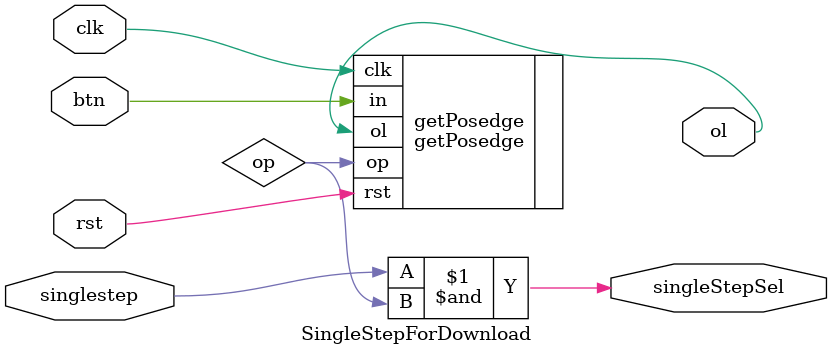
<source format=v>
`timescale 1ns / 1ps
module SingleStepForDownload(
	input btn, rst, singlestep, clk,
	output singleStepSel, ol
    );

wire op;

getPosedge getPosedge (
    .in(btn), 
    .clk(clk), 
    .op(op),.ol(ol),
	 .rst(rst)
    );
	 
assign singleStepSel = singlestep & op;

endmodule

</source>
